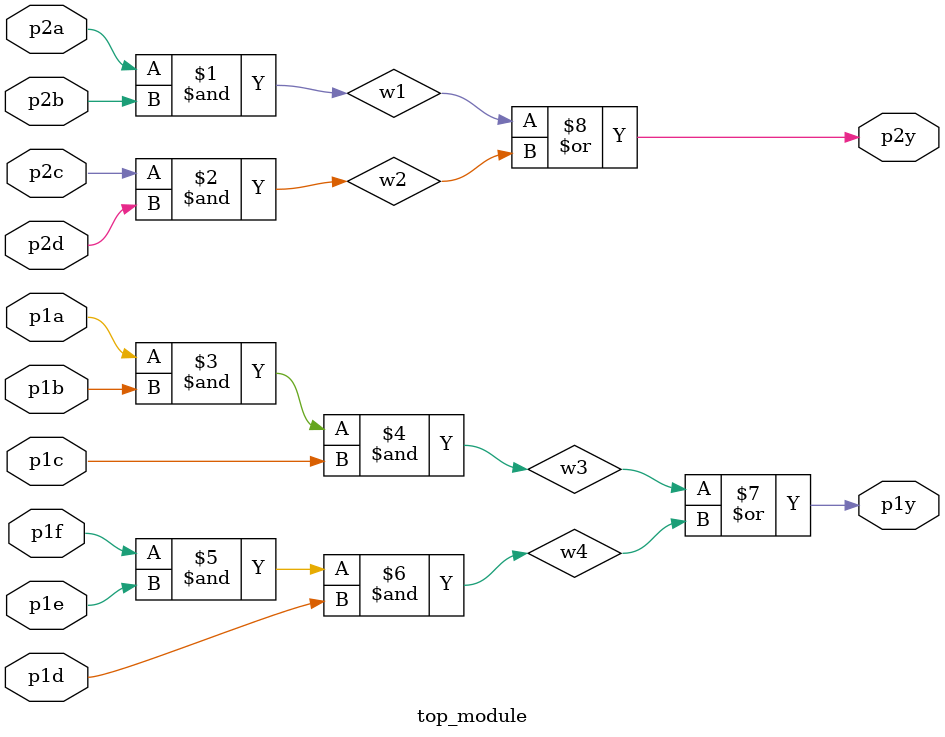
<source format=v>
`timescale 1ns/1ns

module top_module ( 
    input p1a, p1b, p1c, p1d, p1e, p1f,
    output p1y,
    input p2a, p2b, p2c, p2d,
    output p2y );
wire w1,w2,w3,w4;
assign w1=p2a&p2b;
assign w2=p2c&p2d;
assign w3=p1a&p1b&p1c;
assign w4=p1f&p1e&p1d;
assign p1y=w3|w4;
assign p2y=w1|w2;
    
endmodule

</source>
